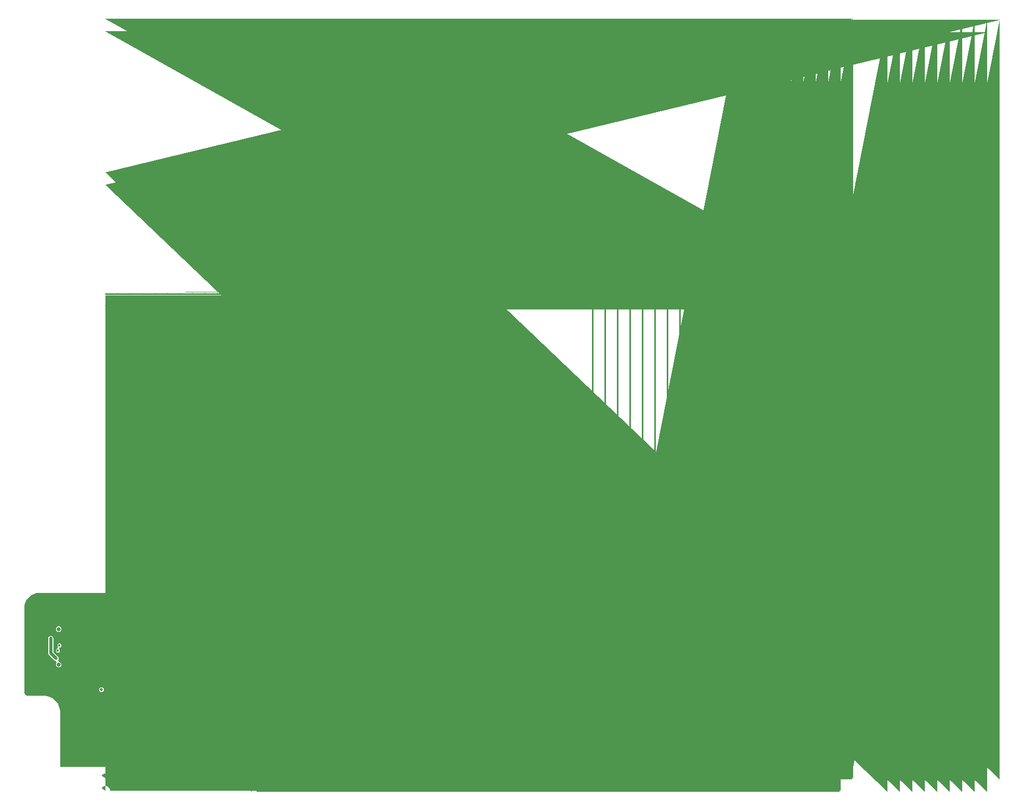
<source format=gbl>
%FSTAX23Y23*%
%MOIN*%
%SFA1B1*%

%IPPOS*%
%AMD98*
4,1,120,0.029800,0.000000,0.029700,0.001600,0.029600,0.003200,0.029400,0.004700,0.029100,0.006200,0.028800,0.007700,0.028300,0.009200,0.027800,0.010700,0.027200,0.012100,0.026500,0.013500,0.025800,0.014900,0.025000,0.016200,0.024100,0.017500,0.023200,0.018800,0.022100,0.019900,0.021100,0.021100,0.019900,0.022100,0.018800,0.023100,0.017500,0.024100,0.016200,0.025000,0.014900,0.025800,0.013500,0.026500,0.012100,0.027200,0.010700,0.027800,0.009200,0.028300,0.007700,0.028800,0.006200,0.029100,0.004700,0.029400,0.003200,0.029600,0.001600,0.029700,0.000000,0.029800,-0.001500,0.029700,-0.003100,0.029600,-0.004600,0.029400,-0.006100,0.029100,-0.007600,0.028800,-0.009100,0.028300,-0.010600,0.027800,-0.012000,0.027200,-0.013400,0.026500,-0.014800,0.025800,-0.016100,0.025000,-0.017400,0.024100,-0.018700,0.023100,-0.019800,0.022100,-0.021000,0.021100,-0.022000,0.019900,-0.023100,0.018800,-0.024000,0.017500,-0.024900,0.016200,-0.025700,0.014900,-0.026400,0.013500,-0.027100,0.012100,-0.027700,0.010700,-0.028200,0.009200,-0.028700,0.007700,-0.029000,0.006200,-0.029300,0.004700,-0.029500,0.003200,-0.029600,0.001600,-0.029700,0.000000,-0.029600,-0.001500,-0.029500,-0.003100,-0.029300,-0.004600,-0.029000,-0.006100,-0.028700,-0.007600,-0.028200,-0.009100,-0.027700,-0.010600,-0.027100,-0.012000,-0.026400,-0.013400,-0.025700,-0.014800,-0.024900,-0.016100,-0.024000,-0.017400,-0.023100,-0.018700,-0.022000,-0.019800,-0.021000,-0.021000,-0.019800,-0.022000,-0.018700,-0.023000,-0.017400,-0.024000,-0.016100,-0.024900,-0.014800,-0.025700,-0.013400,-0.026400,-0.012000,-0.027100,-0.010600,-0.027700,-0.009100,-0.028200,-0.007600,-0.028700,-0.006100,-0.029000,-0.004600,-0.029300,-0.003100,-0.029500,-0.001500,-0.029600,0.000000,-0.029700,0.001600,-0.029600,0.003200,-0.029500,0.004700,-0.029300,0.006200,-0.029000,0.007700,-0.028700,0.009200,-0.028200,0.010700,-0.027700,0.012100,-0.027100,0.013500,-0.026400,0.014900,-0.025700,0.016200,-0.024900,0.017500,-0.024000,0.018800,-0.023000,0.019900,-0.022000,0.021100,-0.021000,0.022100,-0.019800,0.023200,-0.018700,0.024100,-0.017400,0.025000,-0.016100,0.025800,-0.014800,0.026500,-0.013400,0.027200,-0.012000,0.027800,-0.010600,0.028300,-0.009100,0.028800,-0.007600,0.029100,-0.006100,0.029400,-0.004600,0.029600,-0.003100,0.029700,-0.001500,0.029800,0.000000,0.0*
%
%AMD99*
4,1,120,0.029800,0.000000,0.029700,0.001600,0.029600,0.003200,0.029400,0.004700,0.029100,0.006200,0.028800,0.007700,0.028300,0.009200,0.027800,0.010700,0.027200,0.012100,0.026500,0.013500,0.025800,0.014900,0.025000,0.016200,0.024100,0.017500,0.023100,0.018800,0.022100,0.019900,0.021100,0.021100,0.019900,0.022100,0.018800,0.023100,0.017500,0.024100,0.016200,0.025000,0.014900,0.025800,0.013500,0.026500,0.012100,0.027200,0.010700,0.027800,0.009200,0.028300,0.007700,0.028800,0.006200,0.029100,0.004700,0.029400,0.003200,0.029600,0.001600,0.029700,0.000000,0.029800,-0.001500,0.029700,-0.003100,0.029600,-0.004600,0.029400,-0.006100,0.029100,-0.007600,0.028800,-0.009100,0.028300,-0.010600,0.027800,-0.012000,0.027200,-0.013400,0.026500,-0.014800,0.025800,-0.016100,0.025000,-0.017400,0.024100,-0.018700,0.023100,-0.019800,0.022100,-0.021000,0.021100,-0.022000,0.019900,-0.023000,0.018800,-0.024000,0.017500,-0.024900,0.016200,-0.025700,0.014900,-0.026400,0.013500,-0.027100,0.012100,-0.027700,0.010700,-0.028200,0.009200,-0.028700,0.007700,-0.029000,0.006200,-0.029300,0.004700,-0.029500,0.003200,-0.029600,0.001600,-0.029700,0.000000,-0.029600,-0.001500,-0.029500,-0.003100,-0.029300,-0.004600,-0.029000,-0.006100,-0.028700,-0.007600,-0.028200,-0.009100,-0.027700,-0.010600,-0.027100,-0.012000,-0.026400,-0.013400,-0.025700,-0.014800,-0.024900,-0.016100,-0.024000,-0.017400,-0.023000,-0.018700,-0.022000,-0.019800,-0.021000,-0.021000,-0.019800,-0.022000,-0.018700,-0.023000,-0.017400,-0.024000,-0.016100,-0.024900,-0.014800,-0.025700,-0.013400,-0.026400,-0.012000,-0.027100,-0.010600,-0.027700,-0.009100,-0.028200,-0.007600,-0.028700,-0.006100,-0.029000,-0.004600,-0.029300,-0.003100,-0.029500,-0.001500,-0.029600,0.000000,-0.029700,0.001600,-0.029600,0.003200,-0.029500,0.004700,-0.029300,0.006200,-0.029000,0.007700,-0.028700,0.009200,-0.028200,0.010700,-0.027700,0.012100,-0.027100,0.013500,-0.026400,0.014900,-0.025700,0.016200,-0.024900,0.017500,-0.024000,0.018800,-0.023000,0.019900,-0.022000,0.021100,-0.021000,0.022100,-0.019800,0.023100,-0.018700,0.024100,-0.017400,0.025000,-0.016100,0.025800,-0.014800,0.026500,-0.013400,0.027200,-0.012000,0.027800,-0.010600,0.028300,-0.009100,0.028800,-0.007600,0.029100,-0.006100,0.029400,-0.004600,0.029600,-0.003100,0.029700,-0.001500,0.029800,0.000000,0.0*
%
%ADD11C,0.020000*%
%ADD13C,0.010000*%
%ADD17C,0.008000*%
%ADD78C,0.079000*%
%ADD79C,0.087000*%
%ADD83C,0.020000*%
%ADD85C,0.010598*%
%ADD93C,0.025591*%
%ADD94C,0.025000*%
%ADD95C,0.016000*%
%ADD96C,0.050000*%
%ADD98D98*%
%ADD99D99*%
%LNesp32c3phils-1*%
%LPD*%
G36*
X0389Y0408D02*
X04875D01*
Y03125*
X03123*
Y03125*
X03115Y03133*
X03104*
X03101Y0313*
X03095Y03126*
X03088Y0313*
X03085Y03133*
X03074*
X03067Y03125*
Y03125*
X02675*
Y0348*
X02673Y03499*
X02658Y03535*
X0263Y03563*
X02594Y03578*
X02575Y0358*
X02465*
X02455Y03583*
X02448Y0359*
X02445Y036*
Y03605*
Y04145*
Y04163*
X02459Y04198*
X02486Y04225*
X02521Y0424*
X0254*
X03255*
Y04238*
X03263Y0423*
X03271*
X03276Y04219*
X03203Y04146*
X03198Y04135*
Y0408*
X032Y04077*
Y04073*
X03202Y04071*
X03203Y04068*
X03206Y04067*
X03208Y04065*
X03212*
X03215Y04063*
X03217Y04065*
X03221*
X03223Y04067*
X03226Y04068*
X03227Y04071*
X0323Y04073*
Y04077*
X03231Y0408*
Y04128*
X03313Y0421*
X03322Y04206*
X03323Y04205*
Y04085*
X03325Y04082*
Y04078*
X03327Y04076*
X03328Y04073*
X03331Y04072*
X03333Y0407*
X03337*
X0334Y04068*
X03342Y0407*
X03346*
X03348Y04072*
X03351Y04073*
X03352Y04076*
X03355Y04078*
Y04082*
X03356Y04085*
Y04205*
X03363Y04213*
X03364Y04213*
X0337*
X03372Y04215*
X03376*
X03378Y04217*
X03381Y04218*
X03382Y04221*
X03385Y04223*
Y04227*
X03386Y0423*
X03391Y04238*
X03394Y0424*
X0389*
Y0408*
G37*
%LNesp32c3phils-2*%
%LPC*%
G36*
X0314Y04188D02*
X03129D01*
X03122Y0418*
Y04169*
X03129Y04162*
X0314*
X03148Y04169*
Y0418*
X0314Y04188*
G37*
G36*
X03531Y04185D02*
X03518D01*
X0351Y04176*
Y04163*
X03518Y04155*
X03531*
X0354Y04163*
Y04176*
X03531Y04185*
G37*
G36*
X0301Y04153D02*
X02999D01*
X02992Y04145*
Y04134*
X02999Y04127*
X0301*
X03018Y04134*
Y04145*
X0301Y04153*
G37*
G36*
X03705Y04148D02*
X03694D01*
X03687Y0414*
Y04129*
X03694Y04122*
X03705*
X03713Y04129*
Y0414*
X03705Y04148*
G37*
G36*
X03661Y0412D02*
X03648D01*
X03646Y04117*
X03644Y04117*
X03573*
X03566Y04115*
X03551Y041*
X0355Y04101*
X03541Y0411*
X03528*
X0352Y04101*
Y04088*
X03526Y04081*
X03527Y0408*
X03524Y0407*
X03518*
X0351Y04061*
Y04048*
X03518Y0404*
X03529*
X03531*
X0354Y04033*
X0354Y04033*
X03548Y04025*
X03561*
X03563Y04027*
X0357Y04033*
X03578Y04028*
X03579Y04027*
X03584*
X03595Y04015*
Y03969*
X0359Y03964*
X03566*
X03561Y0397*
X03548*
X03543Y03964*
X03532Y03969*
Y03972*
X03529Y03979*
X03485Y04023*
Y04031*
X03476Y0404*
X03463*
X03459Y04041*
Y0408*
X03456Y04086*
X03446Y04096*
X0344Y04099*
X03415*
X03408Y04096*
X03377Y04066*
X03375Y04068*
X03364*
X03357Y0406*
Y04049*
X03364Y04042*
X03375*
X03378Y04045*
X0338*
X03386Y04048*
X03389Y0405*
X034Y04045*
Y0392*
X03403Y03913*
X03415Y039*
X0341Y03889*
X03391*
X03386Y03895*
X03373*
X03365Y03886*
Y03873*
X03373Y03865*
X03386*
X03391Y0387*
X03423*
X03428Y03865*
X03441*
X03446Y0387*
X03457Y03865*
Y03853*
X0346Y03846*
X03492Y03814*
Y03809*
X03499Y03802*
X035Y03799*
X03497Y03795*
Y03784*
X03489Y03777*
X03481Y03785*
X03468*
X0346Y03776*
Y03763*
X03452Y03756*
X0345Y03758*
X03439*
X03432Y0375*
Y03739*
X03437Y03734*
Y0372*
X03437Y03719*
X03434Y03708*
X03427Y037*
Y03691*
X03329*
X03322Y03688*
X03309Y03674*
X03188*
X03185Y03678*
X03174*
X03167Y0367*
Y03659*
X03174Y03652*
X03185*
X03188Y03655*
X03202*
Y03644*
X03209Y03637*
X0322*
X03223Y0364*
X03263*
X03264Y03638*
Y03625*
X03273Y03616*
X03285*
X0329Y03622*
X0338*
X03384Y03623*
X0339Y03614*
X03381Y03605*
X03378Y03598*
Y03596*
X03377Y03595*
X03368Y0359*
X0336Y03598*
X03349*
X03342Y0359*
Y03579*
X03349Y03572*
X0336*
X03361Y03573*
X03362Y03572*
X03369Y03565*
X0338*
X03388Y03572*
Y03578*
X03395Y03585*
X03398Y03592*
Y03594*
X03419Y03615*
X03451*
X03454Y03612*
X03455*
X0346Y03601*
Y03601*
Y03588*
X03468Y0358*
X03481*
X0349Y03588*
Y0359*
X03494Y03592*
X03505*
X03513Y03599*
Y03602*
X03549Y03639*
X0361*
X03617Y03642*
X03634Y03659*
X03637Y03666*
Y03697*
X03639Y03699*
Y0371*
X03632Y03717*
X03621*
X03616Y03712*
X03605Y03713*
X03604*
X03594*
X03587Y03705*
Y03703*
X03579Y03695*
X03553*
X03553Y03697*
Y03708*
X03547Y03713*
X03553Y03718*
Y03729*
X03545Y03736*
X03534*
X0353Y03732*
X03526Y03731*
X03486*
X03479Y03739*
Y0375*
X0348Y03755*
X03481*
X0349Y03763*
Y03775*
X03498Y03783*
X03504Y03777*
X03504*
X03504*
X03515*
X03521Y03782*
X03521Y03783*
X03529Y0379*
X03532Y03797*
Y0394*
X03543Y03945*
X03548Y0394*
X03561*
X03566Y03945*
X03595*
X03601Y03948*
X03611Y03958*
X03613Y03962*
X03621Y03965*
X03625Y03965*
X03629Y03962*
X0364*
X03648Y03969*
Y03977*
X03655*
X03658Y0398*
X03687*
Y03969*
X03694Y03962*
X03705*
X03713Y03969*
Y0398*
X03743*
X03745Y03978*
X03745Y03975*
X03743Y03966*
X03737Y0396*
Y03949*
X03744Y03941*
X03745Y03941*
X03745Y03941*
Y03928*
X03753Y0392*
X03766*
X03773Y03927*
X03775Y03928*
X03786Y0393*
X03798Y03918*
X03805Y03915*
X03846*
X03849Y03912*
X0386*
X03868Y03919*
Y0393*
X0386Y03938*
X03849*
X03846Y03934*
X03809*
X03796Y03947*
Y03959*
X03798Y0396*
X03811*
X03817Y03966*
X03823Y0396*
X03836*
X03843Y03967*
X03852Y03957*
X03867*
X03877Y03967*
Y03982*
X03867Y03992*
X03852*
X03843Y03982*
X03836Y0399*
X03823*
X03817Y03983*
X03811Y0399*
X03798*
X03796Y0399*
Y04012*
X03794Y04017*
Y04018*
X038Y04023*
Y04036*
X03791Y04045*
X03778*
X0377Y04036*
Y04025*
X03758*
X0375Y04031*
X03741Y0404*
X03733*
X03706Y04066*
X03704Y04067*
X03705Y04079*
X03711Y04079*
X03714Y04077*
X03725*
X03733Y04084*
Y04095*
X03725Y04103*
X03714*
X03711Y04099*
X0367*
Y04111*
X03661Y0412*
G37*
G36*
X0316Y04108D02*
X03149D01*
X03142Y041*
Y04089*
X03149Y04082*
X0316*
X03168Y04089*
Y041*
X0316Y04108*
G37*
G36*
X02672Y04026D02*
X02657D01*
X02647Y04016*
Y04001*
X02657Y0399*
X02672*
X02682Y04001*
Y04016*
X02672Y04026*
G37*
G36*
X04007Y04002D02*
X03992D01*
X03982Y03992*
Y03977*
X03992Y03967*
X04007*
X04017Y03977*
Y03992*
X04007Y04002*
G37*
G36*
X03115Y03963D02*
X03104D01*
X03097Y03955*
Y03944*
X03104Y03937*
X03115*
X03123Y03944*
Y03955*
X03115Y03963*
G37*
G36*
X04122Y03957D02*
X04107D01*
X04097Y03947*
Y03932*
X04107Y03922*
X04122*
X04132Y03932*
Y03947*
X04122Y03957*
G37*
G36*
X04562D02*
X04547D01*
X04537Y03947*
Y03936*
Y03932*
X04529Y03925*
X04528*
X0452Y03916*
Y03903*
X04528Y03895*
X04541*
X0455Y03903*
Y03916*
X04558Y03922*
X04562*
X04572Y03932*
Y03947*
X04562Y03957*
G37*
G36*
X04497Y03902D02*
X04482D01*
X04472Y03892*
Y03877*
X04482Y03867*
X04497*
X04507Y03877*
Y03892*
X04497Y03902*
G37*
G36*
X0388Y03893D02*
X03869D01*
X03862Y03885*
Y03874*
X03869Y03867*
X0388*
X03888Y03874*
Y03885*
X0388Y03893*
G37*
G36*
X02664Y03918D02*
X02664Y03917D01*
X02657Y0391*
X02657Y0391*
Y03899*
X02657Y03899*
X02662Y03894*
X02659Y03883*
X02654*
X02647Y03875*
Y03864*
X02654Y03857*
X02665*
X02672Y03864*
X02673Y03864*
Y03875*
X02672Y03875*
X02667Y03881*
X0267Y03892*
X02675*
X02683Y03899*
Y0391*
X02675Y03917*
X02675Y03918*
X02664*
G37*
G36*
X04122Y03872D02*
X04107D01*
X04097Y03862*
Y03847*
X04107Y03837*
X04122*
X04132Y03847*
Y03862*
X04122Y03872*
G37*
G36*
X04852Y03852D02*
X04837D01*
X04827Y03842*
Y03827*
X04837Y03817*
X04852*
X04862Y03827*
Y03842*
X04852Y03852*
G37*
G36*
X03775Y03863D02*
X03764D01*
X03761Y03859*
X03715*
X03708Y03856*
X03698Y03846*
X03695Y0384*
Y0376*
X03698Y03753*
X03752Y03699*
Y03698*
X03748Y03694*
X03745Y03688*
Y03575*
X03748Y03568*
X03758Y03558*
X0375Y0355*
X03738*
X0373Y03541*
Y03528*
X03738Y0352*
X03751*
X0376Y03528*
Y03536*
X03771Y03537*
X03778Y0353*
X03791*
X038Y03538*
Y03551*
X03791Y0356*
X03783*
X03764Y03579*
Y03652*
X03775*
X03783Y03659*
Y03664*
X03791Y03673*
X03794Y0368*
Y0371*
X03791Y03716*
X03724Y03784*
Y0382*
X03761*
X03764Y03817*
X03775*
X03783Y03824*
Y03835*
X03778Y0384*
X03783Y03844*
Y03855*
X03775Y03863*
G37*
G36*
X04486Y03845D02*
X04473D01*
X04465Y03836*
Y03823*
X04473Y03815*
X04486*
X04495Y03823*
Y03836*
X04486Y03845*
G37*
G36*
X04752Y03847D02*
X04737D01*
X04727Y03837*
Y03822*
X04737Y03812*
X04752*
X04762Y03822*
Y03837*
X04752Y03847*
G37*
G36*
X04006Y03825D02*
X03993D01*
X03985Y03816*
Y03803*
X03993Y03795*
X04006*
X04015Y03803*
Y03816*
X04006Y03825*
G37*
G36*
X0311Y03818D02*
X03099D01*
X03092Y0381*
Y03799*
X03099Y03792*
X0311*
X03118Y03799*
Y0381*
X0311Y03818*
G37*
G36*
X03836Y0382D02*
X03823D01*
X03815Y03811*
Y03798*
X03823Y0379*
X03836*
X03845Y03798*
Y03811*
X03836Y0382*
G37*
G36*
X03361Y0381D02*
X03348D01*
X0334Y03801*
Y03788*
X03348Y0378*
X03361*
X0337Y03788*
Y03801*
X03361Y0381*
G37*
G36*
X02615Y03966D02*
X02612Y03965D01*
X02608*
X02606Y03962*
X02603Y03961*
X02602Y03958*
X026Y03956*
Y03952*
X02598Y0395*
Y03855*
X02603Y03843*
X02638Y03808*
X02641Y03807*
X02643Y03805*
X02647*
X02647Y03804*
X02652Y03793*
X02647Y03788*
Y03773*
X02657Y03763*
X02672*
X02682Y03773*
Y03788*
X02672Y03799*
X02666*
X02662Y0381*
X02662Y03811*
X02665Y03813*
Y03817*
X02666Y0382*
X02665Y03822*
Y03826*
X02662Y03828*
X02661Y03831*
X02631Y03861*
Y0395*
X0263Y03952*
Y03956*
X02627Y03958*
X02626Y03961*
X02623Y03962*
X02621Y03965*
X02617*
X02615Y03966*
G37*
G36*
X03996Y03755D02*
X03983D01*
X03975Y03746*
Y03733*
X03983Y03725*
X03996*
X04005Y03733*
Y03746*
X03996Y03755*
G37*
G36*
X03911Y0375D02*
X03898D01*
X0389Y03741*
Y03728*
X03898Y0372*
X03911*
X0392Y03728*
Y03741*
X03911Y0375*
G37*
G36*
X03941Y03675D02*
X03928D01*
X0392Y03666*
Y03653*
X03928Y03645*
X03928Y03645*
X03932Y03634*
X0393Y03631*
Y03618*
X03938Y0361*
X03951*
X0396Y03618*
Y03631*
X03951Y03639*
X03951Y0364*
X03947Y03651*
X0395Y03653*
Y03666*
X03941Y03675*
G37*
G36*
X02946Y03635D02*
X02933D01*
X02925Y03626*
Y03613*
X02933Y03605*
X02946*
X02955Y03613*
Y03626*
X02946Y03635*
G37*
G36*
X04026Y0362D02*
X04013D01*
X04005Y03611*
Y03598*
X04013Y0359*
X04026*
X04035Y03598*
Y03611*
X04026Y0362*
G37*
G36*
X03466Y0351D02*
X03453D01*
X03445Y03501*
Y03488*
X03453Y0348*
X03466*
X03475Y03488*
Y03501*
X03466Y0351*
G37*
G36*
X04678Y03564D02*
X04661D01*
X04644Y03557*
X04632Y03545*
X04625Y03528*
Y03511*
X04632Y03494*
X04644Y03482*
X04661Y03475*
X04678*
X04695Y03482*
X04707Y03494*
X04714Y03511*
Y03528*
X04707Y03545*
X04695Y03557*
X04678Y03564*
G37*
G36*
X03841Y03495D02*
X03828D01*
X0382Y03486*
Y03473*
X03828Y03465*
X03841*
X0385Y03473*
Y03486*
X03841Y03495*
G37*
G36*
X03531Y03475D02*
X03518D01*
X0351Y03466*
Y03453*
X03518Y03445*
X03531*
X0354Y03453*
Y03466*
X03531Y03475*
G37*
G36*
X03138Y03393D02*
X03127D01*
X03121Y03386*
X03115Y03393*
X03104*
X03097Y03385*
Y03374*
X03104Y03367*
X03115*
X03121Y03373*
X03127Y03367*
X03138*
X03146Y03374*
Y03385*
X03138Y03393*
G37*
%LNesp32c3phils-3*%
%LPD*%
G36*
X03495Y0394D02*
Y03903D01*
X03485Y03898*
X0348*
X03434Y03944*
Y03986*
X03445Y0399*
X03495Y0394*
G37*
G36*
X03495Y03691D02*
Y03678D01*
X03503Y0367*
X03516*
X0352Y03674*
X03583*
X03591Y03677*
X036Y03687*
X03605*
X03605*
X03616Y03682*
Y03671*
X03605Y0366*
X03545*
X03537Y03657*
X03497Y03618*
X03494*
X03488Y03612*
X03477Y03613*
X03473Y03619*
Y03621*
Y0363*
X03465Y03638*
X03454*
X03451Y03634*
X03417*
X03412Y03641*
X03411Y03644*
X03416Y03649*
Y0366*
X03416Y0366*
X0342Y03671*
X03451*
X03454Y03668*
X03465*
X03472Y03676*
Y03686*
X03479Y03695*
X03493*
X03495Y03691*
G37*
G54D11*
X02615Y03855D02*
X0265Y0382D01*
X02615Y03855D02*
Y0395D01*
X0334Y04085D02*
Y04205D01*
X03215Y0408D02*
Y04135D01*
X0331Y0423*
X0337*
G54D13*
X0351Y03685D02*
X03583D01*
X0361Y0365D02*
X03626Y03666D01*
Y03704*
X03905Y03045D02*
X0392D01*
X0395Y03075*
X03995Y03045D02*
X04025Y03075D01*
X03985Y03045D02*
X03995D01*
X04065D02*
X04075D01*
X04105Y03075*
X04155Y03045D02*
X04185Y03075D01*
X04145Y03045D02*
X04155D01*
X04235D02*
X04265Y03075D01*
X04225Y03045D02*
X04235D01*
X04315D02*
X04345Y03075D01*
X04305Y03045D02*
X04315D01*
X0439D02*
X04425Y0308D01*
X04385Y03045D02*
X0439D01*
X04475D02*
X04505Y03075D01*
X04465Y03045D02*
X04475D01*
X04562Y03062D02*
X04567D01*
X04545Y03045D02*
X04562Y03062D01*
X04567D02*
X04585Y0308D01*
X04625Y03045D02*
X04625Y03045D01*
X0472*
X03583Y03685D02*
X03598Y037D01*
X036*
X03545Y0365D02*
X0361D01*
X035Y03605D02*
X03545Y0365D01*
G54D17*
X03755Y03575D02*
X03785Y03545D01*
X03735Y03579D02*
Y037D01*
X03279Y03631D02*
X0338D01*
X03403Y03654*
X03388Y03592D02*
Y03598D01*
X03375Y03579D02*
X03388Y03592D01*
X03375Y03578D02*
Y03579D01*
X03388Y03598D02*
X03415Y03625D01*
X03343Y0365D02*
X03347Y03654D01*
X03365*
X03366Y03654*
X03215Y0365D02*
X03343D01*
X03313Y03665D02*
X03329Y03681D01*
X03459*
X03467Y03853D02*
Y03883D01*
Y03853D02*
X03505Y03815D01*
X0345Y039D02*
X03467Y03883D01*
X03515Y0379D02*
X03522Y03797D01*
Y03972*
X0351Y0379D02*
X03515D01*
X0347Y04025D02*
X03522Y03972D01*
X03528Y04055D02*
X03538Y04065D01*
X03545D02*
X0355Y0407D01*
X03525Y04055D02*
X03528D01*
X03538Y04065D02*
X03545D01*
X03635Y03975D02*
Y03976D01*
X0363Y03981D02*
X03635Y03976D01*
X0363Y03981D02*
Y03995D01*
X03645Y0401*
X0367*
X03675Y04005D02*
X0369D01*
X0367Y0401D02*
X03675Y04005D01*
X0338Y0388D02*
X03435D01*
X0369Y04005D02*
X03705Y0402D01*
X03575Y04085D02*
X03577Y04083D01*
X03597*
X0362Y0406*
X037*
X03735Y04025*
X0355Y04085D02*
X03573Y04108D01*
X03645Y04107D02*
X03652D01*
X03644Y04108D02*
X03645Y04107D01*
X03573Y04108D02*
X03644D01*
X0363Y0409D02*
X0372D01*
X03698Y04115D02*
X037D01*
X0364Y04125D02*
X03688D01*
X03652Y04107D02*
X03655Y04105D01*
X03688Y04125D02*
X03698Y04115D01*
X03745Y0399D02*
X03765Y0401D01*
X03785Y04015D02*
Y0403D01*
X03787Y03942D02*
Y04012D01*
X03785Y04015D02*
X03787Y04012D01*
X03783Y04028D02*
X03785Y0403D01*
X03787Y03942D02*
X03805Y03925D01*
X03755Y03575D02*
Y03688D01*
X03765Y03698*
X0365Y0399D02*
X03745D01*
X0369Y039D02*
X0388D01*
X0367Y0388D02*
X0369Y039D01*
X0355Y0407D02*
Y04085D01*
X03415Y03625D02*
X0346D01*
X0372Y0383D02*
X0377D01*
X03715Y03825D02*
X0372Y0383D01*
X03715Y0378D02*
Y03825D01*
Y0378D02*
X03785Y0371D01*
Y0368D02*
Y0371D01*
X0377Y03665D02*
X03785Y0368D01*
X03765Y03698D02*
Y037D01*
X03715Y0385D02*
X0377D01*
X03705Y0384D02*
X03715Y0385D01*
X03705Y0376D02*
Y0384D01*
Y0376D02*
X03765Y037D01*
X03805Y03925D02*
X03855D01*
X03585Y0404D02*
X03605Y0402D01*
Y03965D02*
Y0402D01*
X03595Y03955D02*
X03605Y03965D01*
X03435Y03595D02*
X0352Y0351D01*
X03525*
X0318Y03665D02*
X03313D01*
X03555Y03955D02*
X03595D01*
X0337Y04055D02*
X0338D01*
X03415Y0409*
X0344*
X0345Y0408*
Y04D02*
Y0408D01*
X03505Y03885D02*
Y03945D01*
X0345Y04D02*
X03505Y03945D01*
X03425Y0394D02*
Y04075D01*
Y0394D02*
X0348Y03885D01*
X0341Y0392D02*
Y0406D01*
X0343Y039D02*
X0345D01*
X0341Y0392D02*
X0343Y039D01*
G54D78*
X0467Y0352D03*
G54D79*
X0477Y0342D03*
Y0362D03*
X0457D03*
Y0342D03*
G54D83*
X03785Y03545D03*
X0346Y03495D03*
X03475Y03595D03*
X0392Y0357D03*
X03835Y0348D03*
X03945Y03625D03*
X04535Y0391D03*
X0351Y03685D03*
X03279Y03631D03*
X03525Y04055D03*
X03935Y0366D03*
X0338Y0388D03*
X03435D03*
X0364Y04025D03*
X03705Y0402D03*
X03675Y0404D03*
X03575Y04085D03*
X0363Y0409D03*
X03655Y04105D03*
X0364Y04125D03*
X03765Y0401D03*
X03785Y0403D03*
X0377Y03985D03*
X0448Y0383D03*
X04Y0381D03*
X03735Y037D03*
X0377Y0352D03*
X0399Y0374D03*
X0402Y03605D03*
X03525Y0346D03*
X03905Y03735D03*
X03805Y03975D03*
X03735Y04025D03*
X03355Y03795D03*
X033Y03685D03*
X03525Y0417D03*
X03745Y03535D03*
X0383Y03805D03*
X0294Y0362D03*
X03535Y04095D03*
X0327Y04245D03*
X03555Y0404D03*
X0383Y03975D03*
X0376Y03935D03*
X02615Y0395D03*
X0367Y0388D03*
X03175Y03495D03*
X03525Y0351D03*
X03435Y03595D03*
X0334Y04085D03*
Y04205D03*
X03215Y0408D03*
X0337Y0423D03*
X03555Y03955D03*
X0347Y04025D03*
X0265Y0382D03*
G54D85*
X03538Y03721D02*
X0354Y03723D01*
X03531Y03721D02*
X03538D01*
X0311Y03066D02*
X03125Y0305D01*
X0311Y03066D02*
Y0312D01*
X03045Y0305D02*
X0308Y03084D01*
Y0312*
X03529Y0372D02*
X03531Y03721D01*
X03468Y0372D02*
X03529D01*
X03461Y03726D02*
Y0374D01*
Y03726D02*
X03468Y0372D01*
X03448Y0372D02*
Y03735D01*
X03531Y03704D02*
X03538D01*
X0354Y03702*
X03448Y0372D02*
X03462Y03706D01*
X03529D02*
X03531Y03704D01*
X03462Y03706D02*
X03529D01*
G54D93*
X02665Y04008D03*
Y03781D03*
G54D94*
X0387Y0336D03*
X0366Y03355D03*
X03485Y03315D03*
X039Y0402D03*
X0368Y0382D03*
X03635Y03845D03*
X03615Y03825D03*
X04555Y0394D03*
X0449Y03885D03*
X04115Y0394D03*
X04Y03985D03*
X04845Y0422D03*
X0395Y03075D03*
X04025D03*
X04105D03*
X04185D03*
X04265D03*
X04345D03*
X04425Y0308D03*
X04505Y03075D03*
X04585Y0308D03*
X0472Y03045D03*
X04845Y03835D03*
X04115Y03855D03*
X04745Y0383D03*
X0386Y03975D03*
G54D95*
X03133Y0338D03*
X0311D03*
Y0312D03*
X0308D03*
X0354Y03723D03*
Y03702D03*
X03445Y03745D03*
X03466D03*
X03375Y03578D03*
X03366Y03654D03*
X0344Y03695D03*
X03459Y03681D03*
X03626Y03704D03*
X03505Y03815D03*
X0351Y0379D03*
X03475Y0377D03*
X0375Y03954D03*
X0267Y03905D03*
X0266Y0387D03*
X03875Y0388D03*
X0388Y039D03*
X03135Y04175D03*
X03355Y03585D03*
X03155Y04095D03*
X03105Y03805D03*
X0311Y0395D03*
X03005Y0414D03*
X0377Y0383D03*
Y03665D03*
Y0385D03*
X03765Y037D03*
X0315Y0367D03*
X037Y04115D03*
Y04135D03*
X03855Y03925D03*
X03585Y0404D03*
X037Y03975D03*
X0346Y03625D03*
X0318Y03665D03*
X03215Y0365D03*
X03403Y03654D03*
X0365Y0399D03*
X0372Y0409D03*
X03635Y03975D03*
X0337Y04055D03*
X03505Y03885D03*
X03425Y04075D03*
X0348Y03885D03*
X0341Y0406D03*
X036Y037D03*
X035Y03605D03*
G54D96*
X02845Y04095D03*
X02785Y03745D03*
G54D98*
X04625Y03045D03*
X04545D03*
X04545Y02965D03*
X04465Y03045D03*
X04465Y02965D03*
X04385Y03045D03*
X04385Y02965D03*
X04305Y03045D03*
X04305Y02965D03*
X04225Y03045D03*
X04224Y02965D03*
X04145Y03045D03*
X04145Y02965D03*
X04065Y03045D03*
X04065Y02965D03*
X03985Y03045D03*
X03985Y02965D03*
X03905Y03045D03*
X03905Y02965D03*
X03685Y0305D03*
X03605D03*
X03605Y0297D03*
X03525Y0305D03*
X03525Y0297D03*
X03445Y0305D03*
X03445Y0297D03*
X03365Y0305D03*
X03365Y0297D03*
X03285Y0305D03*
X03284Y0297D03*
X03205Y0305D03*
X03205Y0297D03*
X03125Y0305D03*
X03125Y0297D03*
X03045Y0305D03*
X03045Y0297D03*
X02965Y0305D03*
X02965Y0297D03*
G54D99*
X04624Y02965D03*
X03684Y0297D03*
M02*
</source>
